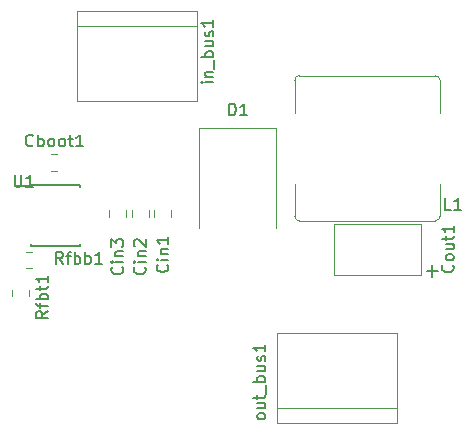
<source format=gbr>
G04 #@! TF.GenerationSoftware,KiCad,Pcbnew,(5.1.5)-3*
G04 #@! TF.CreationDate,2020-11-29T18:23:40-05:00*
G04 #@! TF.ProjectId,Buck_Controle,4275636b-5f43-46f6-9e74-726f6c652e6b,rev?*
G04 #@! TF.SameCoordinates,Original*
G04 #@! TF.FileFunction,Legend,Top*
G04 #@! TF.FilePolarity,Positive*
%FSLAX46Y46*%
G04 Gerber Fmt 4.6, Leading zero omitted, Abs format (unit mm)*
G04 Created by KiCad (PCBNEW (5.1.5)-3) date 2020-11-29 18:23:40*
%MOMM*%
%LPD*%
G04 APERTURE LIST*
%ADD10C,0.120000*%
%ADD11C,0.150000*%
G04 APERTURE END LIST*
D10*
X219880000Y-102060000D02*
X230040000Y-102060000D01*
X219880000Y-94440000D02*
X219880000Y-102060000D01*
X230040000Y-94440000D02*
X219880000Y-94440000D01*
X230040000Y-102060000D02*
X230040000Y-94440000D01*
X230040000Y-100790000D02*
X219880000Y-100790000D01*
X213040000Y-67190000D02*
X202880000Y-67190000D01*
X213040000Y-74810000D02*
X213040000Y-67190000D01*
X202880000Y-74810000D02*
X213040000Y-74810000D01*
X202880000Y-67190000D02*
X202880000Y-74810000D01*
X202880000Y-68460000D02*
X213040000Y-68460000D01*
X201251078Y-80720000D02*
X200733922Y-80720000D01*
X201251078Y-79300000D02*
X200733922Y-79300000D01*
X232000000Y-89500000D02*
X225000000Y-89500000D01*
X225000000Y-89500000D02*
X224700000Y-89500000D01*
X232000000Y-89500000D02*
X232000000Y-85500000D01*
X232000000Y-85500000D02*
X232000000Y-85200000D01*
X224700000Y-85200000D02*
X232000000Y-85200000D01*
X224700000Y-89500000D02*
X224700000Y-85200000D01*
X233250000Y-84950000D02*
X221750000Y-84950000D01*
X233650000Y-84550000D02*
X233650000Y-81800000D01*
X221750000Y-72650000D02*
X233250000Y-72650000D01*
X221350000Y-84550000D02*
X221350000Y-81800000D01*
X233650000Y-75800000D02*
X233650000Y-73050000D01*
X221350000Y-75800000D02*
X221350000Y-73050000D01*
X233650000Y-84550000D02*
G75*
G02X233250000Y-84950000I-400000J0D01*
G01*
X233250000Y-72650000D02*
G75*
G02X233650000Y-73050000I0J-400000D01*
G01*
X221350000Y-73050000D02*
G75*
G02X221750000Y-72650000I400000J0D01*
G01*
X221750000Y-84950000D02*
G75*
G02X221350000Y-84550000I0J400000D01*
G01*
X198623422Y-88975000D02*
X199140578Y-88975000D01*
X198623422Y-87555000D02*
X199140578Y-87555000D01*
X197410000Y-91317578D02*
X197410000Y-90800422D01*
X198830000Y-91317578D02*
X198830000Y-90800422D01*
D11*
X199030001Y-81910001D02*
X199030001Y-81960001D01*
X203180001Y-81910001D02*
X203180001Y-82055001D01*
X203180001Y-87060001D02*
X203180001Y-86915001D01*
X199030001Y-87060001D02*
X199030001Y-86915001D01*
X199030001Y-81910001D02*
X203180001Y-81910001D01*
X199030001Y-87060001D02*
X203180001Y-87060001D01*
X199030001Y-81960001D02*
X197630001Y-81960001D01*
D10*
X213285000Y-77115000D02*
X219785000Y-77115000D01*
X213285000Y-77115000D02*
X213285000Y-85515000D01*
X219785000Y-77115000D02*
X219785000Y-85515000D01*
X210895000Y-84066422D02*
X210895000Y-84583578D01*
X209475000Y-84066422D02*
X209475000Y-84583578D01*
X207570000Y-84066422D02*
X207570000Y-84583578D01*
X208990000Y-84066422D02*
X208990000Y-84583578D01*
X207085000Y-84066422D02*
X207085000Y-84583578D01*
X205665000Y-84066422D02*
X205665000Y-84583578D01*
D11*
X218852380Y-101576190D02*
X218804761Y-101671428D01*
X218757142Y-101719047D01*
X218661904Y-101766666D01*
X218376190Y-101766666D01*
X218280952Y-101719047D01*
X218233333Y-101671428D01*
X218185714Y-101576190D01*
X218185714Y-101433333D01*
X218233333Y-101338095D01*
X218280952Y-101290476D01*
X218376190Y-101242857D01*
X218661904Y-101242857D01*
X218757142Y-101290476D01*
X218804761Y-101338095D01*
X218852380Y-101433333D01*
X218852380Y-101576190D01*
X218185714Y-100385714D02*
X218852380Y-100385714D01*
X218185714Y-100814285D02*
X218709523Y-100814285D01*
X218804761Y-100766666D01*
X218852380Y-100671428D01*
X218852380Y-100528571D01*
X218804761Y-100433333D01*
X218757142Y-100385714D01*
X218185714Y-100052380D02*
X218185714Y-99671428D01*
X217852380Y-99909523D02*
X218709523Y-99909523D01*
X218804761Y-99861904D01*
X218852380Y-99766666D01*
X218852380Y-99671428D01*
X218947619Y-99576190D02*
X218947619Y-98814285D01*
X218852380Y-98576190D02*
X217852380Y-98576190D01*
X218233333Y-98576190D02*
X218185714Y-98480952D01*
X218185714Y-98290476D01*
X218233333Y-98195238D01*
X218280952Y-98147619D01*
X218376190Y-98100000D01*
X218661904Y-98100000D01*
X218757142Y-98147619D01*
X218804761Y-98195238D01*
X218852380Y-98290476D01*
X218852380Y-98480952D01*
X218804761Y-98576190D01*
X218185714Y-97242857D02*
X218852380Y-97242857D01*
X218185714Y-97671428D02*
X218709523Y-97671428D01*
X218804761Y-97623809D01*
X218852380Y-97528571D01*
X218852380Y-97385714D01*
X218804761Y-97290476D01*
X218757142Y-97242857D01*
X218804761Y-96814285D02*
X218852380Y-96719047D01*
X218852380Y-96528571D01*
X218804761Y-96433333D01*
X218709523Y-96385714D01*
X218661904Y-96385714D01*
X218566666Y-96433333D01*
X218519047Y-96528571D01*
X218519047Y-96671428D01*
X218471428Y-96766666D01*
X218376190Y-96814285D01*
X218328571Y-96814285D01*
X218233333Y-96766666D01*
X218185714Y-96671428D01*
X218185714Y-96528571D01*
X218233333Y-96433333D01*
X218852380Y-95433333D02*
X218852380Y-96004761D01*
X218852380Y-95719047D02*
X217852380Y-95719047D01*
X217995238Y-95814285D01*
X218090476Y-95909523D01*
X218138095Y-96004761D01*
X214452380Y-73219047D02*
X213785714Y-73219047D01*
X213452380Y-73219047D02*
X213500000Y-73266666D01*
X213547619Y-73219047D01*
X213500000Y-73171428D01*
X213452380Y-73219047D01*
X213547619Y-73219047D01*
X213785714Y-72742857D02*
X214452380Y-72742857D01*
X213880952Y-72742857D02*
X213833333Y-72695238D01*
X213785714Y-72600000D01*
X213785714Y-72457142D01*
X213833333Y-72361904D01*
X213928571Y-72314285D01*
X214452380Y-72314285D01*
X214547619Y-72076190D02*
X214547619Y-71314285D01*
X214452380Y-71076190D02*
X213452380Y-71076190D01*
X213833333Y-71076190D02*
X213785714Y-70980952D01*
X213785714Y-70790476D01*
X213833333Y-70695238D01*
X213880952Y-70647619D01*
X213976190Y-70600000D01*
X214261904Y-70600000D01*
X214357142Y-70647619D01*
X214404761Y-70695238D01*
X214452380Y-70790476D01*
X214452380Y-70980952D01*
X214404761Y-71076190D01*
X213785714Y-69742857D02*
X214452380Y-69742857D01*
X213785714Y-70171428D02*
X214309523Y-70171428D01*
X214404761Y-70123809D01*
X214452380Y-70028571D01*
X214452380Y-69885714D01*
X214404761Y-69790476D01*
X214357142Y-69742857D01*
X214404761Y-69314285D02*
X214452380Y-69219047D01*
X214452380Y-69028571D01*
X214404761Y-68933333D01*
X214309523Y-68885714D01*
X214261904Y-68885714D01*
X214166666Y-68933333D01*
X214119047Y-69028571D01*
X214119047Y-69171428D01*
X214071428Y-69266666D01*
X213976190Y-69314285D01*
X213928571Y-69314285D01*
X213833333Y-69266666D01*
X213785714Y-69171428D01*
X213785714Y-69028571D01*
X213833333Y-68933333D01*
X214452380Y-67933333D02*
X214452380Y-68504761D01*
X214452380Y-68219047D02*
X213452380Y-68219047D01*
X213595238Y-68314285D01*
X213690476Y-68409523D01*
X213738095Y-68504761D01*
X199190476Y-78557142D02*
X199142857Y-78604761D01*
X199000000Y-78652380D01*
X198904761Y-78652380D01*
X198761904Y-78604761D01*
X198666666Y-78509523D01*
X198619047Y-78414285D01*
X198571428Y-78223809D01*
X198571428Y-78080952D01*
X198619047Y-77890476D01*
X198666666Y-77795238D01*
X198761904Y-77700000D01*
X198904761Y-77652380D01*
X199000000Y-77652380D01*
X199142857Y-77700000D01*
X199190476Y-77747619D01*
X199619047Y-78652380D02*
X199619047Y-77652380D01*
X199619047Y-78033333D02*
X199714285Y-77985714D01*
X199904761Y-77985714D01*
X200000000Y-78033333D01*
X200047619Y-78080952D01*
X200095238Y-78176190D01*
X200095238Y-78461904D01*
X200047619Y-78557142D01*
X200000000Y-78604761D01*
X199904761Y-78652380D01*
X199714285Y-78652380D01*
X199619047Y-78604761D01*
X200666666Y-78652380D02*
X200571428Y-78604761D01*
X200523809Y-78557142D01*
X200476190Y-78461904D01*
X200476190Y-78176190D01*
X200523809Y-78080952D01*
X200571428Y-78033333D01*
X200666666Y-77985714D01*
X200809523Y-77985714D01*
X200904761Y-78033333D01*
X200952380Y-78080952D01*
X201000000Y-78176190D01*
X201000000Y-78461904D01*
X200952380Y-78557142D01*
X200904761Y-78604761D01*
X200809523Y-78652380D01*
X200666666Y-78652380D01*
X201571428Y-78652380D02*
X201476190Y-78604761D01*
X201428571Y-78557142D01*
X201380952Y-78461904D01*
X201380952Y-78176190D01*
X201428571Y-78080952D01*
X201476190Y-78033333D01*
X201571428Y-77985714D01*
X201714285Y-77985714D01*
X201809523Y-78033333D01*
X201857142Y-78080952D01*
X201904761Y-78176190D01*
X201904761Y-78461904D01*
X201857142Y-78557142D01*
X201809523Y-78604761D01*
X201714285Y-78652380D01*
X201571428Y-78652380D01*
X202190476Y-77985714D02*
X202571428Y-77985714D01*
X202333333Y-77652380D02*
X202333333Y-78509523D01*
X202380952Y-78604761D01*
X202476190Y-78652380D01*
X202571428Y-78652380D01*
X203428571Y-78652380D02*
X202857142Y-78652380D01*
X203142857Y-78652380D02*
X203142857Y-77652380D01*
X203047619Y-77795238D01*
X202952380Y-77890476D01*
X202857142Y-77938095D01*
X234707142Y-88682142D02*
X234754761Y-88729761D01*
X234802380Y-88872619D01*
X234802380Y-88967857D01*
X234754761Y-89110714D01*
X234659523Y-89205952D01*
X234564285Y-89253571D01*
X234373809Y-89301190D01*
X234230952Y-89301190D01*
X234040476Y-89253571D01*
X233945238Y-89205952D01*
X233850000Y-89110714D01*
X233802380Y-88967857D01*
X233802380Y-88872619D01*
X233850000Y-88729761D01*
X233897619Y-88682142D01*
X234802380Y-88110714D02*
X234754761Y-88205952D01*
X234707142Y-88253571D01*
X234611904Y-88301190D01*
X234326190Y-88301190D01*
X234230952Y-88253571D01*
X234183333Y-88205952D01*
X234135714Y-88110714D01*
X234135714Y-87967857D01*
X234183333Y-87872619D01*
X234230952Y-87825000D01*
X234326190Y-87777380D01*
X234611904Y-87777380D01*
X234707142Y-87825000D01*
X234754761Y-87872619D01*
X234802380Y-87967857D01*
X234802380Y-88110714D01*
X234135714Y-86920238D02*
X234802380Y-86920238D01*
X234135714Y-87348809D02*
X234659523Y-87348809D01*
X234754761Y-87301190D01*
X234802380Y-87205952D01*
X234802380Y-87063095D01*
X234754761Y-86967857D01*
X234707142Y-86920238D01*
X234135714Y-86586904D02*
X234135714Y-86205952D01*
X233802380Y-86444047D02*
X234659523Y-86444047D01*
X234754761Y-86396428D01*
X234802380Y-86301190D01*
X234802380Y-86205952D01*
X234802380Y-85348809D02*
X234802380Y-85920238D01*
X234802380Y-85634523D02*
X233802380Y-85634523D01*
X233945238Y-85729761D01*
X234040476Y-85825000D01*
X234088095Y-85920238D01*
X232516190Y-89190714D02*
X233483809Y-89190714D01*
X233000000Y-89674523D02*
X233000000Y-88706904D01*
X234583333Y-84002380D02*
X234107142Y-84002380D01*
X234107142Y-83002380D01*
X235440476Y-84002380D02*
X234869047Y-84002380D01*
X235154761Y-84002380D02*
X235154761Y-83002380D01*
X235059523Y-83145238D01*
X234964285Y-83240476D01*
X234869047Y-83288095D01*
X201715857Y-88590380D02*
X201382523Y-88114190D01*
X201144428Y-88590380D02*
X201144428Y-87590380D01*
X201525380Y-87590380D01*
X201620619Y-87638000D01*
X201668238Y-87685619D01*
X201715857Y-87780857D01*
X201715857Y-87923714D01*
X201668238Y-88018952D01*
X201620619Y-88066571D01*
X201525380Y-88114190D01*
X201144428Y-88114190D01*
X202001571Y-87923714D02*
X202382523Y-87923714D01*
X202144428Y-88590380D02*
X202144428Y-87733238D01*
X202192047Y-87638000D01*
X202287285Y-87590380D01*
X202382523Y-87590380D01*
X202715857Y-88590380D02*
X202715857Y-87590380D01*
X202715857Y-87971333D02*
X202811095Y-87923714D01*
X203001571Y-87923714D01*
X203096809Y-87971333D01*
X203144428Y-88018952D01*
X203192047Y-88114190D01*
X203192047Y-88399904D01*
X203144428Y-88495142D01*
X203096809Y-88542761D01*
X203001571Y-88590380D01*
X202811095Y-88590380D01*
X202715857Y-88542761D01*
X203620619Y-88590380D02*
X203620619Y-87590380D01*
X203620619Y-87971333D02*
X203715857Y-87923714D01*
X203906333Y-87923714D01*
X204001571Y-87971333D01*
X204049190Y-88018952D01*
X204096809Y-88114190D01*
X204096809Y-88399904D01*
X204049190Y-88495142D01*
X204001571Y-88542761D01*
X203906333Y-88590380D01*
X203715857Y-88590380D01*
X203620619Y-88542761D01*
X205049190Y-88590380D02*
X204477761Y-88590380D01*
X204763476Y-88590380D02*
X204763476Y-87590380D01*
X204668238Y-87733238D01*
X204573000Y-87828476D01*
X204477761Y-87876095D01*
X200452380Y-92590476D02*
X199976190Y-92923809D01*
X200452380Y-93161904D02*
X199452380Y-93161904D01*
X199452380Y-92780952D01*
X199500000Y-92685714D01*
X199547619Y-92638095D01*
X199642857Y-92590476D01*
X199785714Y-92590476D01*
X199880952Y-92638095D01*
X199928571Y-92685714D01*
X199976190Y-92780952D01*
X199976190Y-93161904D01*
X199785714Y-92304761D02*
X199785714Y-91923809D01*
X200452380Y-92161904D02*
X199595238Y-92161904D01*
X199500000Y-92114285D01*
X199452380Y-92019047D01*
X199452380Y-91923809D01*
X200452380Y-91590476D02*
X199452380Y-91590476D01*
X199833333Y-91590476D02*
X199785714Y-91495238D01*
X199785714Y-91304761D01*
X199833333Y-91209523D01*
X199880952Y-91161904D01*
X199976190Y-91114285D01*
X200261904Y-91114285D01*
X200357142Y-91161904D01*
X200404761Y-91209523D01*
X200452380Y-91304761D01*
X200452380Y-91495238D01*
X200404761Y-91590476D01*
X199785714Y-90828571D02*
X199785714Y-90447619D01*
X199452380Y-90685714D02*
X200309523Y-90685714D01*
X200404761Y-90638095D01*
X200452380Y-90542857D01*
X200452380Y-90447619D01*
X200452380Y-89590476D02*
X200452380Y-90161904D01*
X200452380Y-89876190D02*
X199452380Y-89876190D01*
X199595238Y-89971428D01*
X199690476Y-90066666D01*
X199738095Y-90161904D01*
X197638095Y-81052380D02*
X197638095Y-81861904D01*
X197685714Y-81957142D01*
X197733333Y-82004761D01*
X197828571Y-82052380D01*
X198019047Y-82052380D01*
X198114285Y-82004761D01*
X198161904Y-81957142D01*
X198209523Y-81861904D01*
X198209523Y-81052380D01*
X199209523Y-82052380D02*
X198638095Y-82052380D01*
X198923809Y-82052380D02*
X198923809Y-81052380D01*
X198828571Y-81195238D01*
X198733333Y-81290476D01*
X198638095Y-81338095D01*
X215796904Y-76017380D02*
X215796904Y-75017380D01*
X216035000Y-75017380D01*
X216177857Y-75065000D01*
X216273095Y-75160238D01*
X216320714Y-75255476D01*
X216368333Y-75445952D01*
X216368333Y-75588809D01*
X216320714Y-75779285D01*
X216273095Y-75874523D01*
X216177857Y-75969761D01*
X216035000Y-76017380D01*
X215796904Y-76017380D01*
X217320714Y-76017380D02*
X216749285Y-76017380D01*
X217035000Y-76017380D02*
X217035000Y-75017380D01*
X216939761Y-75160238D01*
X216844523Y-75255476D01*
X216749285Y-75303095D01*
X210557142Y-88657142D02*
X210604761Y-88704761D01*
X210652380Y-88847619D01*
X210652380Y-88942857D01*
X210604761Y-89085714D01*
X210509523Y-89180952D01*
X210414285Y-89228571D01*
X210223809Y-89276190D01*
X210080952Y-89276190D01*
X209890476Y-89228571D01*
X209795238Y-89180952D01*
X209700000Y-89085714D01*
X209652380Y-88942857D01*
X209652380Y-88847619D01*
X209700000Y-88704761D01*
X209747619Y-88657142D01*
X210652380Y-88228571D02*
X209985714Y-88228571D01*
X209652380Y-88228571D02*
X209700000Y-88276190D01*
X209747619Y-88228571D01*
X209700000Y-88180952D01*
X209652380Y-88228571D01*
X209747619Y-88228571D01*
X209985714Y-87752380D02*
X210652380Y-87752380D01*
X210080952Y-87752380D02*
X210033333Y-87704761D01*
X209985714Y-87609523D01*
X209985714Y-87466666D01*
X210033333Y-87371428D01*
X210128571Y-87323809D01*
X210652380Y-87323809D01*
X210652380Y-86323809D02*
X210652380Y-86895238D01*
X210652380Y-86609523D02*
X209652380Y-86609523D01*
X209795238Y-86704761D01*
X209890476Y-86800000D01*
X209938095Y-86895238D01*
X208637142Y-88857142D02*
X208684761Y-88904761D01*
X208732380Y-89047619D01*
X208732380Y-89142857D01*
X208684761Y-89285714D01*
X208589523Y-89380952D01*
X208494285Y-89428571D01*
X208303809Y-89476190D01*
X208160952Y-89476190D01*
X207970476Y-89428571D01*
X207875238Y-89380952D01*
X207780000Y-89285714D01*
X207732380Y-89142857D01*
X207732380Y-89047619D01*
X207780000Y-88904761D01*
X207827619Y-88857142D01*
X208732380Y-88428571D02*
X208065714Y-88428571D01*
X207732380Y-88428571D02*
X207780000Y-88476190D01*
X207827619Y-88428571D01*
X207780000Y-88380952D01*
X207732380Y-88428571D01*
X207827619Y-88428571D01*
X208065714Y-87952380D02*
X208732380Y-87952380D01*
X208160952Y-87952380D02*
X208113333Y-87904761D01*
X208065714Y-87809523D01*
X208065714Y-87666666D01*
X208113333Y-87571428D01*
X208208571Y-87523809D01*
X208732380Y-87523809D01*
X207827619Y-87095238D02*
X207780000Y-87047619D01*
X207732380Y-86952380D01*
X207732380Y-86714285D01*
X207780000Y-86619047D01*
X207827619Y-86571428D01*
X207922857Y-86523809D01*
X208018095Y-86523809D01*
X208160952Y-86571428D01*
X208732380Y-87142857D01*
X208732380Y-86523809D01*
X206732142Y-88857142D02*
X206779761Y-88904761D01*
X206827380Y-89047619D01*
X206827380Y-89142857D01*
X206779761Y-89285714D01*
X206684523Y-89380952D01*
X206589285Y-89428571D01*
X206398809Y-89476190D01*
X206255952Y-89476190D01*
X206065476Y-89428571D01*
X205970238Y-89380952D01*
X205875000Y-89285714D01*
X205827380Y-89142857D01*
X205827380Y-89047619D01*
X205875000Y-88904761D01*
X205922619Y-88857142D01*
X206827380Y-88428571D02*
X206160714Y-88428571D01*
X205827380Y-88428571D02*
X205875000Y-88476190D01*
X205922619Y-88428571D01*
X205875000Y-88380952D01*
X205827380Y-88428571D01*
X205922619Y-88428571D01*
X206160714Y-87952380D02*
X206827380Y-87952380D01*
X206255952Y-87952380D02*
X206208333Y-87904761D01*
X206160714Y-87809523D01*
X206160714Y-87666666D01*
X206208333Y-87571428D01*
X206303571Y-87523809D01*
X206827380Y-87523809D01*
X205827380Y-87142857D02*
X205827380Y-86523809D01*
X206208333Y-86857142D01*
X206208333Y-86714285D01*
X206255952Y-86619047D01*
X206303571Y-86571428D01*
X206398809Y-86523809D01*
X206636904Y-86523809D01*
X206732142Y-86571428D01*
X206779761Y-86619047D01*
X206827380Y-86714285D01*
X206827380Y-87000000D01*
X206779761Y-87095238D01*
X206732142Y-87142857D01*
M02*

</source>
